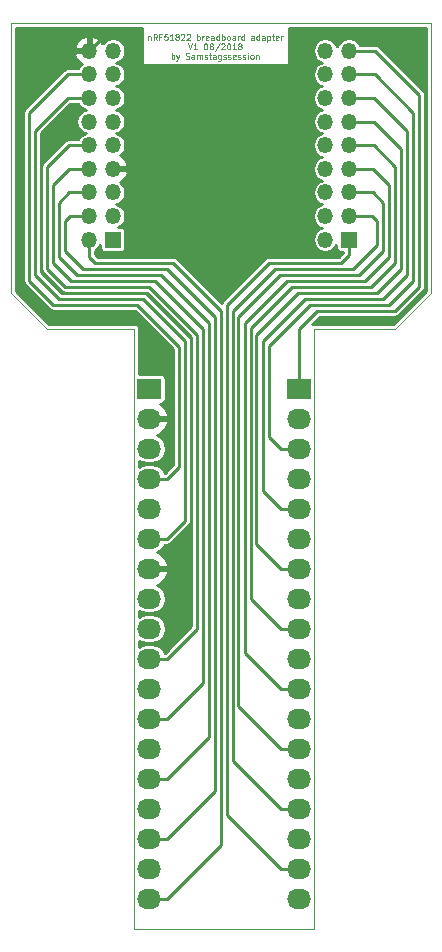
<source format=gtl>
G04 #@! TF.FileFunction,Copper,L1,Top,Signal*
%FSLAX46Y46*%
G04 Gerber Fmt 4.6, Leading zero omitted, Abs format (unit mm)*
G04 Created by KiCad (PCBNEW 4.0.2+dfsg1-stable) date Do 23 Aug 2018 15:09:30 CEST*
%MOMM*%
G01*
G04 APERTURE LIST*
%ADD10C,0.100000*%
%ADD11R,1.350000X1.350000*%
%ADD12O,1.350000X1.350000*%
%ADD13R,2.032000X1.727200*%
%ADD14O,2.032000X1.727200*%
%ADD15C,0.600000*%
%ADD16C,0.250000*%
%ADD17C,0.254000*%
G04 APERTURE END LIST*
D10*
X135636000Y-88392000D02*
X135636000Y-65532000D01*
X111681336Y-66656857D02*
X111681336Y-66990190D01*
X111681336Y-66704476D02*
X111705145Y-66680667D01*
X111752764Y-66656857D01*
X111824193Y-66656857D01*
X111871812Y-66680667D01*
X111895621Y-66728286D01*
X111895621Y-66990190D01*
X112419431Y-66990190D02*
X112252764Y-66752095D01*
X112133717Y-66990190D02*
X112133717Y-66490190D01*
X112324193Y-66490190D01*
X112371812Y-66514000D01*
X112395621Y-66537810D01*
X112419431Y-66585429D01*
X112419431Y-66656857D01*
X112395621Y-66704476D01*
X112371812Y-66728286D01*
X112324193Y-66752095D01*
X112133717Y-66752095D01*
X112800383Y-66728286D02*
X112633717Y-66728286D01*
X112633717Y-66990190D02*
X112633717Y-66490190D01*
X112871812Y-66490190D01*
X113300383Y-66490190D02*
X113062288Y-66490190D01*
X113038478Y-66728286D01*
X113062288Y-66704476D01*
X113109907Y-66680667D01*
X113228954Y-66680667D01*
X113276573Y-66704476D01*
X113300383Y-66728286D01*
X113324192Y-66775905D01*
X113324192Y-66894952D01*
X113300383Y-66942571D01*
X113276573Y-66966381D01*
X113228954Y-66990190D01*
X113109907Y-66990190D01*
X113062288Y-66966381D01*
X113038478Y-66942571D01*
X113800382Y-66990190D02*
X113514668Y-66990190D01*
X113657525Y-66990190D02*
X113657525Y-66490190D01*
X113609906Y-66561619D01*
X113562287Y-66609238D01*
X113514668Y-66633048D01*
X114086096Y-66704476D02*
X114038477Y-66680667D01*
X114014668Y-66656857D01*
X113990858Y-66609238D01*
X113990858Y-66585429D01*
X114014668Y-66537810D01*
X114038477Y-66514000D01*
X114086096Y-66490190D01*
X114181334Y-66490190D01*
X114228953Y-66514000D01*
X114252763Y-66537810D01*
X114276572Y-66585429D01*
X114276572Y-66609238D01*
X114252763Y-66656857D01*
X114228953Y-66680667D01*
X114181334Y-66704476D01*
X114086096Y-66704476D01*
X114038477Y-66728286D01*
X114014668Y-66752095D01*
X113990858Y-66799714D01*
X113990858Y-66894952D01*
X114014668Y-66942571D01*
X114038477Y-66966381D01*
X114086096Y-66990190D01*
X114181334Y-66990190D01*
X114228953Y-66966381D01*
X114252763Y-66942571D01*
X114276572Y-66894952D01*
X114276572Y-66799714D01*
X114252763Y-66752095D01*
X114228953Y-66728286D01*
X114181334Y-66704476D01*
X114467048Y-66537810D02*
X114490858Y-66514000D01*
X114538477Y-66490190D01*
X114657524Y-66490190D01*
X114705143Y-66514000D01*
X114728953Y-66537810D01*
X114752762Y-66585429D01*
X114752762Y-66633048D01*
X114728953Y-66704476D01*
X114443239Y-66990190D01*
X114752762Y-66990190D01*
X114943238Y-66537810D02*
X114967048Y-66514000D01*
X115014667Y-66490190D01*
X115133714Y-66490190D01*
X115181333Y-66514000D01*
X115205143Y-66537810D01*
X115228952Y-66585429D01*
X115228952Y-66633048D01*
X115205143Y-66704476D01*
X114919429Y-66990190D01*
X115228952Y-66990190D01*
X115824190Y-66990190D02*
X115824190Y-66490190D01*
X115824190Y-66680667D02*
X115871809Y-66656857D01*
X115967047Y-66656857D01*
X116014666Y-66680667D01*
X116038475Y-66704476D01*
X116062285Y-66752095D01*
X116062285Y-66894952D01*
X116038475Y-66942571D01*
X116014666Y-66966381D01*
X115967047Y-66990190D01*
X115871809Y-66990190D01*
X115824190Y-66966381D01*
X116276571Y-66990190D02*
X116276571Y-66656857D01*
X116276571Y-66752095D02*
X116300380Y-66704476D01*
X116324190Y-66680667D01*
X116371809Y-66656857D01*
X116419428Y-66656857D01*
X116776571Y-66966381D02*
X116728952Y-66990190D01*
X116633714Y-66990190D01*
X116586095Y-66966381D01*
X116562285Y-66918762D01*
X116562285Y-66728286D01*
X116586095Y-66680667D01*
X116633714Y-66656857D01*
X116728952Y-66656857D01*
X116776571Y-66680667D01*
X116800380Y-66728286D01*
X116800380Y-66775905D01*
X116562285Y-66823524D01*
X117228951Y-66990190D02*
X117228951Y-66728286D01*
X117205142Y-66680667D01*
X117157523Y-66656857D01*
X117062285Y-66656857D01*
X117014666Y-66680667D01*
X117228951Y-66966381D02*
X117181332Y-66990190D01*
X117062285Y-66990190D01*
X117014666Y-66966381D01*
X116990856Y-66918762D01*
X116990856Y-66871143D01*
X117014666Y-66823524D01*
X117062285Y-66799714D01*
X117181332Y-66799714D01*
X117228951Y-66775905D01*
X117681332Y-66990190D02*
X117681332Y-66490190D01*
X117681332Y-66966381D02*
X117633713Y-66990190D01*
X117538475Y-66990190D01*
X117490856Y-66966381D01*
X117467047Y-66942571D01*
X117443237Y-66894952D01*
X117443237Y-66752095D01*
X117467047Y-66704476D01*
X117490856Y-66680667D01*
X117538475Y-66656857D01*
X117633713Y-66656857D01*
X117681332Y-66680667D01*
X117919428Y-66990190D02*
X117919428Y-66490190D01*
X117919428Y-66680667D02*
X117967047Y-66656857D01*
X118062285Y-66656857D01*
X118109904Y-66680667D01*
X118133713Y-66704476D01*
X118157523Y-66752095D01*
X118157523Y-66894952D01*
X118133713Y-66942571D01*
X118109904Y-66966381D01*
X118062285Y-66990190D01*
X117967047Y-66990190D01*
X117919428Y-66966381D01*
X118443237Y-66990190D02*
X118395618Y-66966381D01*
X118371809Y-66942571D01*
X118347999Y-66894952D01*
X118347999Y-66752095D01*
X118371809Y-66704476D01*
X118395618Y-66680667D01*
X118443237Y-66656857D01*
X118514666Y-66656857D01*
X118562285Y-66680667D01*
X118586094Y-66704476D01*
X118609904Y-66752095D01*
X118609904Y-66894952D01*
X118586094Y-66942571D01*
X118562285Y-66966381D01*
X118514666Y-66990190D01*
X118443237Y-66990190D01*
X119038475Y-66990190D02*
X119038475Y-66728286D01*
X119014666Y-66680667D01*
X118967047Y-66656857D01*
X118871809Y-66656857D01*
X118824190Y-66680667D01*
X119038475Y-66966381D02*
X118990856Y-66990190D01*
X118871809Y-66990190D01*
X118824190Y-66966381D01*
X118800380Y-66918762D01*
X118800380Y-66871143D01*
X118824190Y-66823524D01*
X118871809Y-66799714D01*
X118990856Y-66799714D01*
X119038475Y-66775905D01*
X119276571Y-66990190D02*
X119276571Y-66656857D01*
X119276571Y-66752095D02*
X119300380Y-66704476D01*
X119324190Y-66680667D01*
X119371809Y-66656857D01*
X119419428Y-66656857D01*
X119800380Y-66990190D02*
X119800380Y-66490190D01*
X119800380Y-66966381D02*
X119752761Y-66990190D01*
X119657523Y-66990190D01*
X119609904Y-66966381D01*
X119586095Y-66942571D01*
X119562285Y-66894952D01*
X119562285Y-66752095D01*
X119586095Y-66704476D01*
X119609904Y-66680667D01*
X119657523Y-66656857D01*
X119752761Y-66656857D01*
X119800380Y-66680667D01*
X120633713Y-66990190D02*
X120633713Y-66728286D01*
X120609904Y-66680667D01*
X120562285Y-66656857D01*
X120467047Y-66656857D01*
X120419428Y-66680667D01*
X120633713Y-66966381D02*
X120586094Y-66990190D01*
X120467047Y-66990190D01*
X120419428Y-66966381D01*
X120395618Y-66918762D01*
X120395618Y-66871143D01*
X120419428Y-66823524D01*
X120467047Y-66799714D01*
X120586094Y-66799714D01*
X120633713Y-66775905D01*
X121086094Y-66990190D02*
X121086094Y-66490190D01*
X121086094Y-66966381D02*
X121038475Y-66990190D01*
X120943237Y-66990190D01*
X120895618Y-66966381D01*
X120871809Y-66942571D01*
X120847999Y-66894952D01*
X120847999Y-66752095D01*
X120871809Y-66704476D01*
X120895618Y-66680667D01*
X120943237Y-66656857D01*
X121038475Y-66656857D01*
X121086094Y-66680667D01*
X121538475Y-66990190D02*
X121538475Y-66728286D01*
X121514666Y-66680667D01*
X121467047Y-66656857D01*
X121371809Y-66656857D01*
X121324190Y-66680667D01*
X121538475Y-66966381D02*
X121490856Y-66990190D01*
X121371809Y-66990190D01*
X121324190Y-66966381D01*
X121300380Y-66918762D01*
X121300380Y-66871143D01*
X121324190Y-66823524D01*
X121371809Y-66799714D01*
X121490856Y-66799714D01*
X121538475Y-66775905D01*
X121776571Y-66656857D02*
X121776571Y-67156857D01*
X121776571Y-66680667D02*
X121824190Y-66656857D01*
X121919428Y-66656857D01*
X121967047Y-66680667D01*
X121990856Y-66704476D01*
X122014666Y-66752095D01*
X122014666Y-66894952D01*
X121990856Y-66942571D01*
X121967047Y-66966381D01*
X121919428Y-66990190D01*
X121824190Y-66990190D01*
X121776571Y-66966381D01*
X122157523Y-66656857D02*
X122347999Y-66656857D01*
X122228952Y-66490190D02*
X122228952Y-66918762D01*
X122252761Y-66966381D01*
X122300380Y-66990190D01*
X122347999Y-66990190D01*
X122705142Y-66966381D02*
X122657523Y-66990190D01*
X122562285Y-66990190D01*
X122514666Y-66966381D01*
X122490856Y-66918762D01*
X122490856Y-66728286D01*
X122514666Y-66680667D01*
X122562285Y-66656857D01*
X122657523Y-66656857D01*
X122705142Y-66680667D01*
X122728951Y-66728286D01*
X122728951Y-66775905D01*
X122490856Y-66823524D01*
X122943237Y-66990190D02*
X122943237Y-66656857D01*
X122943237Y-66752095D02*
X122967046Y-66704476D01*
X122990856Y-66680667D01*
X123038475Y-66656857D01*
X123086094Y-66656857D01*
X115062288Y-67290190D02*
X115228955Y-67790190D01*
X115395621Y-67290190D01*
X115824192Y-67790190D02*
X115538478Y-67790190D01*
X115681335Y-67790190D02*
X115681335Y-67290190D01*
X115633716Y-67361619D01*
X115586097Y-67409238D01*
X115538478Y-67433048D01*
X116514668Y-67290190D02*
X116562287Y-67290190D01*
X116609906Y-67314000D01*
X116633715Y-67337810D01*
X116657525Y-67385429D01*
X116681334Y-67480667D01*
X116681334Y-67599714D01*
X116657525Y-67694952D01*
X116633715Y-67742571D01*
X116609906Y-67766381D01*
X116562287Y-67790190D01*
X116514668Y-67790190D01*
X116467049Y-67766381D01*
X116443239Y-67742571D01*
X116419430Y-67694952D01*
X116395620Y-67599714D01*
X116395620Y-67480667D01*
X116419430Y-67385429D01*
X116443239Y-67337810D01*
X116467049Y-67314000D01*
X116514668Y-67290190D01*
X116967048Y-67504476D02*
X116919429Y-67480667D01*
X116895620Y-67456857D01*
X116871810Y-67409238D01*
X116871810Y-67385429D01*
X116895620Y-67337810D01*
X116919429Y-67314000D01*
X116967048Y-67290190D01*
X117062286Y-67290190D01*
X117109905Y-67314000D01*
X117133715Y-67337810D01*
X117157524Y-67385429D01*
X117157524Y-67409238D01*
X117133715Y-67456857D01*
X117109905Y-67480667D01*
X117062286Y-67504476D01*
X116967048Y-67504476D01*
X116919429Y-67528286D01*
X116895620Y-67552095D01*
X116871810Y-67599714D01*
X116871810Y-67694952D01*
X116895620Y-67742571D01*
X116919429Y-67766381D01*
X116967048Y-67790190D01*
X117062286Y-67790190D01*
X117109905Y-67766381D01*
X117133715Y-67742571D01*
X117157524Y-67694952D01*
X117157524Y-67599714D01*
X117133715Y-67552095D01*
X117109905Y-67528286D01*
X117062286Y-67504476D01*
X117728952Y-67266381D02*
X117300381Y-67909238D01*
X117871810Y-67337810D02*
X117895620Y-67314000D01*
X117943239Y-67290190D01*
X118062286Y-67290190D01*
X118109905Y-67314000D01*
X118133715Y-67337810D01*
X118157524Y-67385429D01*
X118157524Y-67433048D01*
X118133715Y-67504476D01*
X117848001Y-67790190D01*
X118157524Y-67790190D01*
X118467048Y-67290190D02*
X118514667Y-67290190D01*
X118562286Y-67314000D01*
X118586095Y-67337810D01*
X118609905Y-67385429D01*
X118633714Y-67480667D01*
X118633714Y-67599714D01*
X118609905Y-67694952D01*
X118586095Y-67742571D01*
X118562286Y-67766381D01*
X118514667Y-67790190D01*
X118467048Y-67790190D01*
X118419429Y-67766381D01*
X118395619Y-67742571D01*
X118371810Y-67694952D01*
X118348000Y-67599714D01*
X118348000Y-67480667D01*
X118371810Y-67385429D01*
X118395619Y-67337810D01*
X118419429Y-67314000D01*
X118467048Y-67290190D01*
X119109904Y-67790190D02*
X118824190Y-67790190D01*
X118967047Y-67790190D02*
X118967047Y-67290190D01*
X118919428Y-67361619D01*
X118871809Y-67409238D01*
X118824190Y-67433048D01*
X119395618Y-67504476D02*
X119347999Y-67480667D01*
X119324190Y-67456857D01*
X119300380Y-67409238D01*
X119300380Y-67385429D01*
X119324190Y-67337810D01*
X119347999Y-67314000D01*
X119395618Y-67290190D01*
X119490856Y-67290190D01*
X119538475Y-67314000D01*
X119562285Y-67337810D01*
X119586094Y-67385429D01*
X119586094Y-67409238D01*
X119562285Y-67456857D01*
X119538475Y-67480667D01*
X119490856Y-67504476D01*
X119395618Y-67504476D01*
X119347999Y-67528286D01*
X119324190Y-67552095D01*
X119300380Y-67599714D01*
X119300380Y-67694952D01*
X119324190Y-67742571D01*
X119347999Y-67766381D01*
X119395618Y-67790190D01*
X119490856Y-67790190D01*
X119538475Y-67766381D01*
X119562285Y-67742571D01*
X119586094Y-67694952D01*
X119586094Y-67599714D01*
X119562285Y-67552095D01*
X119538475Y-67528286D01*
X119490856Y-67504476D01*
X113669430Y-68590190D02*
X113669430Y-68090190D01*
X113669430Y-68280667D02*
X113717049Y-68256857D01*
X113812287Y-68256857D01*
X113859906Y-68280667D01*
X113883715Y-68304476D01*
X113907525Y-68352095D01*
X113907525Y-68494952D01*
X113883715Y-68542571D01*
X113859906Y-68566381D01*
X113812287Y-68590190D01*
X113717049Y-68590190D01*
X113669430Y-68566381D01*
X114074192Y-68256857D02*
X114193239Y-68590190D01*
X114312287Y-68256857D02*
X114193239Y-68590190D01*
X114145620Y-68709238D01*
X114121811Y-68733048D01*
X114074192Y-68756857D01*
X114859905Y-68566381D02*
X114931334Y-68590190D01*
X115050381Y-68590190D01*
X115098000Y-68566381D01*
X115121810Y-68542571D01*
X115145619Y-68494952D01*
X115145619Y-68447333D01*
X115121810Y-68399714D01*
X115098000Y-68375905D01*
X115050381Y-68352095D01*
X114955143Y-68328286D01*
X114907524Y-68304476D01*
X114883715Y-68280667D01*
X114859905Y-68233048D01*
X114859905Y-68185429D01*
X114883715Y-68137810D01*
X114907524Y-68114000D01*
X114955143Y-68090190D01*
X115074191Y-68090190D01*
X115145619Y-68114000D01*
X115574190Y-68590190D02*
X115574190Y-68328286D01*
X115550381Y-68280667D01*
X115502762Y-68256857D01*
X115407524Y-68256857D01*
X115359905Y-68280667D01*
X115574190Y-68566381D02*
X115526571Y-68590190D01*
X115407524Y-68590190D01*
X115359905Y-68566381D01*
X115336095Y-68518762D01*
X115336095Y-68471143D01*
X115359905Y-68423524D01*
X115407524Y-68399714D01*
X115526571Y-68399714D01*
X115574190Y-68375905D01*
X115812286Y-68590190D02*
X115812286Y-68256857D01*
X115812286Y-68304476D02*
X115836095Y-68280667D01*
X115883714Y-68256857D01*
X115955143Y-68256857D01*
X116002762Y-68280667D01*
X116026571Y-68328286D01*
X116026571Y-68590190D01*
X116026571Y-68328286D02*
X116050381Y-68280667D01*
X116098000Y-68256857D01*
X116169428Y-68256857D01*
X116217048Y-68280667D01*
X116240857Y-68328286D01*
X116240857Y-68590190D01*
X116455143Y-68566381D02*
X116502762Y-68590190D01*
X116598000Y-68590190D01*
X116645619Y-68566381D01*
X116669429Y-68518762D01*
X116669429Y-68494952D01*
X116645619Y-68447333D01*
X116598000Y-68423524D01*
X116526572Y-68423524D01*
X116478953Y-68399714D01*
X116455143Y-68352095D01*
X116455143Y-68328286D01*
X116478953Y-68280667D01*
X116526572Y-68256857D01*
X116598000Y-68256857D01*
X116645619Y-68280667D01*
X116812286Y-68256857D02*
X117002762Y-68256857D01*
X116883715Y-68090190D02*
X116883715Y-68518762D01*
X116907524Y-68566381D01*
X116955143Y-68590190D01*
X117002762Y-68590190D01*
X117383714Y-68590190D02*
X117383714Y-68328286D01*
X117359905Y-68280667D01*
X117312286Y-68256857D01*
X117217048Y-68256857D01*
X117169429Y-68280667D01*
X117383714Y-68566381D02*
X117336095Y-68590190D01*
X117217048Y-68590190D01*
X117169429Y-68566381D01*
X117145619Y-68518762D01*
X117145619Y-68471143D01*
X117169429Y-68423524D01*
X117217048Y-68399714D01*
X117336095Y-68399714D01*
X117383714Y-68375905D01*
X117836095Y-68256857D02*
X117836095Y-68661619D01*
X117812286Y-68709238D01*
X117788476Y-68733048D01*
X117740857Y-68756857D01*
X117669429Y-68756857D01*
X117621810Y-68733048D01*
X117836095Y-68566381D02*
X117788476Y-68590190D01*
X117693238Y-68590190D01*
X117645619Y-68566381D01*
X117621810Y-68542571D01*
X117598000Y-68494952D01*
X117598000Y-68352095D01*
X117621810Y-68304476D01*
X117645619Y-68280667D01*
X117693238Y-68256857D01*
X117788476Y-68256857D01*
X117836095Y-68280667D01*
X118050381Y-68566381D02*
X118098000Y-68590190D01*
X118193238Y-68590190D01*
X118240857Y-68566381D01*
X118264667Y-68518762D01*
X118264667Y-68494952D01*
X118240857Y-68447333D01*
X118193238Y-68423524D01*
X118121810Y-68423524D01*
X118074191Y-68399714D01*
X118050381Y-68352095D01*
X118050381Y-68328286D01*
X118074191Y-68280667D01*
X118121810Y-68256857D01*
X118193238Y-68256857D01*
X118240857Y-68280667D01*
X118455143Y-68566381D02*
X118502762Y-68590190D01*
X118598000Y-68590190D01*
X118645619Y-68566381D01*
X118669429Y-68518762D01*
X118669429Y-68494952D01*
X118645619Y-68447333D01*
X118598000Y-68423524D01*
X118526572Y-68423524D01*
X118478953Y-68399714D01*
X118455143Y-68352095D01*
X118455143Y-68328286D01*
X118478953Y-68280667D01*
X118526572Y-68256857D01*
X118598000Y-68256857D01*
X118645619Y-68280667D01*
X119074191Y-68566381D02*
X119026572Y-68590190D01*
X118931334Y-68590190D01*
X118883715Y-68566381D01*
X118859905Y-68518762D01*
X118859905Y-68328286D01*
X118883715Y-68280667D01*
X118931334Y-68256857D01*
X119026572Y-68256857D01*
X119074191Y-68280667D01*
X119098000Y-68328286D01*
X119098000Y-68375905D01*
X118859905Y-68423524D01*
X119288476Y-68566381D02*
X119336095Y-68590190D01*
X119431333Y-68590190D01*
X119478952Y-68566381D01*
X119502762Y-68518762D01*
X119502762Y-68494952D01*
X119478952Y-68447333D01*
X119431333Y-68423524D01*
X119359905Y-68423524D01*
X119312286Y-68399714D01*
X119288476Y-68352095D01*
X119288476Y-68328286D01*
X119312286Y-68280667D01*
X119359905Y-68256857D01*
X119431333Y-68256857D01*
X119478952Y-68280667D01*
X119693238Y-68566381D02*
X119740857Y-68590190D01*
X119836095Y-68590190D01*
X119883714Y-68566381D01*
X119907524Y-68518762D01*
X119907524Y-68494952D01*
X119883714Y-68447333D01*
X119836095Y-68423524D01*
X119764667Y-68423524D01*
X119717048Y-68399714D01*
X119693238Y-68352095D01*
X119693238Y-68328286D01*
X119717048Y-68280667D01*
X119764667Y-68256857D01*
X119836095Y-68256857D01*
X119883714Y-68280667D01*
X120121810Y-68590190D02*
X120121810Y-68256857D01*
X120121810Y-68090190D02*
X120098000Y-68114000D01*
X120121810Y-68137810D01*
X120145619Y-68114000D01*
X120121810Y-68090190D01*
X120121810Y-68137810D01*
X120431333Y-68590190D02*
X120383714Y-68566381D01*
X120359905Y-68542571D01*
X120336095Y-68494952D01*
X120336095Y-68352095D01*
X120359905Y-68304476D01*
X120383714Y-68280667D01*
X120431333Y-68256857D01*
X120502762Y-68256857D01*
X120550381Y-68280667D01*
X120574190Y-68304476D01*
X120598000Y-68352095D01*
X120598000Y-68494952D01*
X120574190Y-68542571D01*
X120550381Y-68566381D01*
X120502762Y-68590190D01*
X120431333Y-68590190D01*
X120812286Y-68256857D02*
X120812286Y-68590190D01*
X120812286Y-68304476D02*
X120836095Y-68280667D01*
X120883714Y-68256857D01*
X120955143Y-68256857D01*
X121002762Y-68280667D01*
X121026571Y-68328286D01*
X121026571Y-68590190D01*
X125730000Y-91440000D02*
X132588000Y-91440000D01*
X103124000Y-91440000D02*
X110490000Y-91440000D01*
X100076000Y-88392000D02*
X103124000Y-91440000D01*
X110490000Y-142240000D02*
X125730000Y-142240000D01*
X125730000Y-91440000D02*
X125730000Y-142240000D01*
X132588000Y-91440000D02*
X135636000Y-88392000D01*
X110490000Y-91440000D02*
X110490000Y-142240000D01*
X100076000Y-65532000D02*
X100076000Y-88392000D01*
X135636000Y-65532000D02*
X100076000Y-65532000D01*
D11*
X108680000Y-83900000D03*
D12*
X106680000Y-83900000D03*
X108680000Y-81900000D03*
X106680000Y-81900000D03*
X108680000Y-79900000D03*
X106680000Y-79900000D03*
X108680000Y-77900000D03*
X106680000Y-77900000D03*
X108680000Y-75900000D03*
X106680000Y-75900000D03*
X108680000Y-73900000D03*
X106680000Y-73900000D03*
X108680000Y-71900000D03*
X106680000Y-71900000D03*
X108680000Y-69900000D03*
X106680000Y-69900000D03*
X108680000Y-67900000D03*
X106680000Y-67900000D03*
D11*
X128680000Y-83900000D03*
D12*
X126680000Y-83900000D03*
X128680000Y-81900000D03*
X126680000Y-81900000D03*
X128680000Y-79900000D03*
X126680000Y-79900000D03*
X128680000Y-77900000D03*
X126680000Y-77900000D03*
X128680000Y-75900000D03*
X126680000Y-75900000D03*
X128680000Y-73900000D03*
X126680000Y-73900000D03*
X128680000Y-71900000D03*
X126680000Y-71900000D03*
X128680000Y-69900000D03*
X126680000Y-69900000D03*
X128680000Y-67900000D03*
X126680000Y-67900000D03*
D13*
X111760000Y-96520000D03*
D14*
X111760000Y-99060000D03*
X111760000Y-101600000D03*
X111760000Y-104140000D03*
X111760000Y-106680000D03*
X111760000Y-109220000D03*
X111760000Y-111760000D03*
X111760000Y-114300000D03*
X111760000Y-116840000D03*
X111760000Y-119380000D03*
X111760000Y-121920000D03*
X111760000Y-124460000D03*
X111760000Y-127000000D03*
X111760000Y-129540000D03*
X111760000Y-132080000D03*
X111760000Y-134620000D03*
X111760000Y-137160000D03*
X111760000Y-139700000D03*
D13*
X124460000Y-96520000D03*
D14*
X124460000Y-99060000D03*
X124460000Y-101600000D03*
X124460000Y-104140000D03*
X124460000Y-106680000D03*
X124460000Y-109220000D03*
X124460000Y-111760000D03*
X124460000Y-114300000D03*
X124460000Y-116840000D03*
X124460000Y-119380000D03*
X124460000Y-121920000D03*
X124460000Y-124460000D03*
X124460000Y-127000000D03*
X124460000Y-129540000D03*
X124460000Y-132080000D03*
X124460000Y-134620000D03*
X124460000Y-137160000D03*
X124460000Y-139700000D03*
D15*
X120650000Y-70866000D03*
X115062000Y-70866000D03*
X124841000Y-66802000D03*
D16*
X111760000Y-139700000D02*
X113284000Y-139700000D01*
X117856000Y-135128000D02*
X113284000Y-139700000D01*
X106680000Y-85344000D02*
X107188000Y-85852000D01*
X107188000Y-85852000D02*
X113792000Y-85852000D01*
X113792000Y-85852000D02*
X117856000Y-89916000D01*
X117856000Y-89916000D02*
X117856000Y-135128000D01*
X106680000Y-85344000D02*
X106680000Y-83900000D01*
X106680000Y-81900000D02*
X105044000Y-81900000D01*
X113284000Y-134620000D02*
X111760000Y-134620000D01*
X117348000Y-130556000D02*
X113284000Y-134620000D01*
X117348000Y-90424000D02*
X117348000Y-130556000D01*
X113284000Y-86360000D02*
X117348000Y-90424000D01*
X106172000Y-86360000D02*
X113284000Y-86360000D01*
X104648000Y-84836000D02*
X106172000Y-86360000D01*
X104648000Y-82296000D02*
X104648000Y-84836000D01*
X105044000Y-81900000D02*
X104648000Y-82296000D01*
X106680000Y-79900000D02*
X105012000Y-79900000D01*
X113284000Y-129540000D02*
X111760000Y-129540000D01*
X116840000Y-125984000D02*
X113284000Y-129540000D01*
X116840000Y-90932000D02*
X116840000Y-125984000D01*
X112776000Y-86868000D02*
X116840000Y-90932000D01*
X105664000Y-86868000D02*
X112776000Y-86868000D01*
X104140000Y-85344000D02*
X105664000Y-86868000D01*
X104140000Y-80772000D02*
X104140000Y-85344000D01*
X105012000Y-79900000D02*
X104140000Y-80772000D01*
X124460000Y-70866000D02*
X124460000Y-67183000D01*
X120650000Y-70866000D02*
X124460000Y-70866000D01*
X106680000Y-67945000D02*
X107950000Y-66675000D01*
X107950000Y-66675000D02*
X109982000Y-66675000D01*
X109982000Y-66675000D02*
X110363000Y-67056000D01*
X110363000Y-67056000D02*
X110363000Y-68707000D01*
X110363000Y-68707000D02*
X112522000Y-70866000D01*
X112522000Y-70866000D02*
X115062000Y-70866000D01*
X124460000Y-67183000D02*
X124841000Y-66802000D01*
X106680000Y-67900000D02*
X106680000Y-67945000D01*
X106680000Y-67900000D02*
X104820000Y-67900000D01*
X113284000Y-99060000D02*
X111760000Y-99060000D01*
X113792000Y-98552000D02*
X113284000Y-99060000D01*
X113792000Y-93472000D02*
X113792000Y-98552000D01*
X110236000Y-89916000D02*
X113792000Y-93472000D01*
X103124000Y-89916000D02*
X110236000Y-89916000D01*
X101092000Y-87884000D02*
X103124000Y-89916000D01*
X101092000Y-71628000D02*
X101092000Y-87884000D01*
X104820000Y-67900000D02*
X101092000Y-71628000D01*
X106680000Y-77900000D02*
X104980000Y-77900000D01*
X113284000Y-124460000D02*
X111760000Y-124460000D01*
X116332000Y-121412000D02*
X113284000Y-124460000D01*
X116332000Y-91440000D02*
X116332000Y-121412000D01*
X112268000Y-87376000D02*
X116332000Y-91440000D01*
X105156000Y-87376000D02*
X112268000Y-87376000D01*
X103632000Y-85852000D02*
X105156000Y-87376000D01*
X103632000Y-79248000D02*
X103632000Y-85852000D01*
X104980000Y-77900000D02*
X103632000Y-79248000D01*
X106680000Y-75900000D02*
X104948000Y-75900000D01*
X113284000Y-119380000D02*
X111760000Y-119380000D01*
X115824000Y-116840000D02*
X113284000Y-119380000D01*
X115824000Y-91948000D02*
X115824000Y-116840000D01*
X111760000Y-87884000D02*
X115824000Y-91948000D01*
X104648000Y-87884000D02*
X111760000Y-87884000D01*
X103124000Y-86360000D02*
X104648000Y-87884000D01*
X103124000Y-77724000D02*
X103124000Y-86360000D01*
X104948000Y-75900000D02*
X103124000Y-77724000D01*
X106680000Y-71900000D02*
X104884000Y-71900000D01*
X113284000Y-109220000D02*
X111760000Y-109220000D01*
X114808000Y-107696000D02*
X113284000Y-109220000D01*
X114808000Y-92456000D02*
X114808000Y-107696000D01*
X111252000Y-88900000D02*
X114808000Y-92456000D01*
X104140000Y-88900000D02*
X111252000Y-88900000D01*
X102108000Y-86868000D02*
X104140000Y-88900000D01*
X102108000Y-86360000D02*
X102108000Y-86868000D01*
X102108000Y-74676000D02*
X102108000Y-86360000D01*
X104884000Y-71900000D02*
X102108000Y-74676000D01*
X106680000Y-69900000D02*
X104852000Y-69900000D01*
X113284000Y-104140000D02*
X111760000Y-104140000D01*
X114300000Y-103124000D02*
X113284000Y-104140000D01*
X114300000Y-92964000D02*
X114300000Y-103124000D01*
X110744000Y-89408000D02*
X114300000Y-92964000D01*
X103632000Y-89408000D02*
X110744000Y-89408000D01*
X101600000Y-87376000D02*
X103632000Y-89408000D01*
X101600000Y-73152000D02*
X101600000Y-87376000D01*
X104852000Y-69900000D02*
X101600000Y-73152000D01*
X128680000Y-83900000D02*
X128680000Y-85188000D01*
X128680000Y-85188000D02*
X128016000Y-85852000D01*
X122936000Y-137160000D02*
X124460000Y-137160000D01*
X118364000Y-132588000D02*
X122936000Y-137160000D01*
X118364000Y-89408000D02*
X118364000Y-132588000D01*
X121920000Y-85852000D02*
X118364000Y-89408000D01*
X128016000Y-85852000D02*
X121920000Y-85852000D01*
X128680000Y-81900000D02*
X130668000Y-81900000D01*
X122936000Y-132080000D02*
X124460000Y-132080000D01*
X118872000Y-128016000D02*
X122936000Y-132080000D01*
X118872000Y-89916000D02*
X118872000Y-128016000D01*
X122428000Y-86360000D02*
X118872000Y-89916000D01*
X129032000Y-86360000D02*
X122428000Y-86360000D01*
X131064000Y-84328000D02*
X129032000Y-86360000D01*
X131064000Y-82296000D02*
X131064000Y-84328000D01*
X130668000Y-81900000D02*
X131064000Y-82296000D01*
X128680000Y-79900000D02*
X130700000Y-79900000D01*
X122936000Y-127000000D02*
X124460000Y-127000000D01*
X119322002Y-123386002D02*
X122936000Y-127000000D01*
X119322002Y-90424000D02*
X119322002Y-123386002D01*
X122878002Y-86868000D02*
X119322002Y-90424000D01*
X129540000Y-86868000D02*
X122878002Y-86868000D01*
X131572000Y-84836000D02*
X129540000Y-86868000D01*
X131572000Y-80772000D02*
X131572000Y-84836000D01*
X130700000Y-79900000D02*
X131572000Y-80772000D01*
X128680000Y-77900000D02*
X130732000Y-77900000D01*
X122936000Y-121920000D02*
X124460000Y-121920000D01*
X119888000Y-118872000D02*
X122936000Y-121920000D01*
X119888000Y-90932000D02*
X119888000Y-118872000D01*
X123444000Y-87376000D02*
X119888000Y-90932000D01*
X130048000Y-87376000D02*
X123444000Y-87376000D01*
X132080000Y-85344000D02*
X130048000Y-87376000D01*
X132080000Y-79248000D02*
X132080000Y-85344000D01*
X130732000Y-77900000D02*
X132080000Y-79248000D01*
X128680000Y-75900000D02*
X130764000Y-75900000D01*
X122936000Y-116840000D02*
X124460000Y-116840000D01*
X120396000Y-114300000D02*
X122936000Y-116840000D01*
X120396000Y-91382002D02*
X120396000Y-114300000D01*
X123894002Y-87884000D02*
X120396000Y-91382002D01*
X130556000Y-87884000D02*
X123894002Y-87884000D01*
X132588000Y-85852000D02*
X130556000Y-87884000D01*
X132588000Y-77724000D02*
X132588000Y-85852000D01*
X130764000Y-75900000D02*
X132588000Y-77724000D01*
X122936000Y-111760000D02*
X124460000Y-111760000D01*
X120846002Y-109670002D02*
X122936000Y-111760000D01*
X120846002Y-91948000D02*
X120846002Y-109670002D01*
X124402002Y-88392000D02*
X120846002Y-91948000D01*
X131064000Y-88392000D02*
X124402002Y-88392000D01*
X133096000Y-86360000D02*
X131064000Y-88392000D01*
X133096000Y-76200000D02*
X133096000Y-86360000D01*
X128680000Y-73900000D02*
X130796000Y-73900000D01*
X130796000Y-73900000D02*
X133096000Y-76200000D01*
X122936000Y-106680000D02*
X124460000Y-106680000D01*
X121412000Y-105156000D02*
X122936000Y-106680000D01*
X121412000Y-92456000D02*
X121412000Y-105156000D01*
X124968000Y-88900000D02*
X121412000Y-92456000D01*
X131572000Y-88900000D02*
X124968000Y-88900000D01*
X133604000Y-86868000D02*
X131572000Y-88900000D01*
X133604000Y-74676000D02*
X133604000Y-86868000D01*
X128680000Y-71900000D02*
X130828000Y-71900000D01*
X130828000Y-71900000D02*
X133604000Y-74676000D01*
X128680000Y-69900000D02*
X130860000Y-69900000D01*
X122936000Y-101600000D02*
X124460000Y-101600000D01*
X121920000Y-100584000D02*
X122936000Y-101600000D01*
X121920000Y-92906002D02*
X121920000Y-100584000D01*
X125418002Y-89408000D02*
X121920000Y-92906002D01*
X132080000Y-89408000D02*
X125418002Y-89408000D01*
X134112000Y-87376000D02*
X132080000Y-89408000D01*
X134112000Y-73152000D02*
X134112000Y-87376000D01*
X130860000Y-69900000D02*
X134112000Y-73152000D01*
X124460000Y-94488000D02*
X124460000Y-96520000D01*
X132588000Y-89916000D02*
X125984000Y-89916000D01*
X124460000Y-91440000D02*
X124460000Y-94488000D01*
X125984000Y-89916000D02*
X124460000Y-91440000D01*
X132588000Y-89916000D02*
X132588000Y-89916000D01*
X134620000Y-87884000D02*
X132588000Y-89916000D01*
X134620000Y-71628000D02*
X134620000Y-87884000D01*
X128680000Y-67900000D02*
X130892000Y-67900000D01*
X130892000Y-67900000D02*
X134620000Y-71628000D01*
D17*
G36*
X105912607Y-72646705D02*
X106255198Y-72875617D01*
X106377780Y-72900000D01*
X106255198Y-72924383D01*
X105912607Y-73153295D01*
X105683695Y-73495886D01*
X105603312Y-73900000D01*
X105683695Y-74304114D01*
X105912607Y-74646705D01*
X106255198Y-74875617D01*
X106377780Y-74900000D01*
X106255198Y-74924383D01*
X105912607Y-75153295D01*
X105751773Y-75394000D01*
X104948000Y-75394000D01*
X104754362Y-75432517D01*
X104659524Y-75495886D01*
X104590204Y-75542204D01*
X102766204Y-77366204D01*
X102656517Y-77530362D01*
X102618000Y-77724000D01*
X102618000Y-86360000D01*
X102656517Y-86553638D01*
X102766204Y-86717796D01*
X104290204Y-88241796D01*
X104454362Y-88351483D01*
X104648000Y-88390000D01*
X111550408Y-88390000D01*
X115318000Y-92157592D01*
X115318000Y-116630408D01*
X113074408Y-118874000D01*
X113069776Y-118874000D01*
X112819834Y-118499935D01*
X112416057Y-118230140D01*
X111939769Y-118135400D01*
X111580231Y-118135400D01*
X111103943Y-118230140D01*
X110921000Y-118352379D01*
X110921000Y-117867621D01*
X111103943Y-117989860D01*
X111580231Y-118084600D01*
X111939769Y-118084600D01*
X112416057Y-117989860D01*
X112819834Y-117720065D01*
X113089629Y-117316288D01*
X113184369Y-116840000D01*
X113089629Y-116363712D01*
X112819834Y-115959935D01*
X112416057Y-115690140D01*
X111939769Y-115595400D01*
X111580231Y-115595400D01*
X111103943Y-115690140D01*
X110921000Y-115812379D01*
X110921000Y-115327621D01*
X111103943Y-115449860D01*
X111580231Y-115544600D01*
X111939769Y-115544600D01*
X112416057Y-115449860D01*
X112819834Y-115180065D01*
X113089629Y-114776288D01*
X113184369Y-114300000D01*
X113089629Y-113823712D01*
X112819834Y-113419935D01*
X112416057Y-113150140D01*
X112401757Y-113147296D01*
X112674320Y-113051954D01*
X113110732Y-112662036D01*
X113364709Y-112134791D01*
X113367358Y-112119026D01*
X113246217Y-111887000D01*
X111887000Y-111887000D01*
X111887000Y-111907000D01*
X111633000Y-111907000D01*
X111633000Y-111887000D01*
X111613000Y-111887000D01*
X111613000Y-111633000D01*
X111633000Y-111633000D01*
X111633000Y-111613000D01*
X111887000Y-111613000D01*
X111887000Y-111633000D01*
X113246217Y-111633000D01*
X113367358Y-111400974D01*
X113364709Y-111385209D01*
X113110732Y-110857964D01*
X112674320Y-110468046D01*
X112401757Y-110372704D01*
X112416057Y-110369860D01*
X112819834Y-110100065D01*
X113069776Y-109726000D01*
X113284000Y-109726000D01*
X113477638Y-109687483D01*
X113641796Y-109577796D01*
X115165796Y-108053796D01*
X115275483Y-107889638D01*
X115314000Y-107696000D01*
X115314000Y-92456000D01*
X115275483Y-92262362D01*
X115165796Y-92098204D01*
X111609796Y-88542204D01*
X111445638Y-88432517D01*
X111252000Y-88394000D01*
X104349592Y-88394000D01*
X102614000Y-86658408D01*
X102614000Y-74885592D01*
X105093592Y-72406000D01*
X105751773Y-72406000D01*
X105912607Y-72646705D01*
X105912607Y-72646705D01*
G37*
X105912607Y-72646705D02*
X106255198Y-72875617D01*
X106377780Y-72900000D01*
X106255198Y-72924383D01*
X105912607Y-73153295D01*
X105683695Y-73495886D01*
X105603312Y-73900000D01*
X105683695Y-74304114D01*
X105912607Y-74646705D01*
X106255198Y-74875617D01*
X106377780Y-74900000D01*
X106255198Y-74924383D01*
X105912607Y-75153295D01*
X105751773Y-75394000D01*
X104948000Y-75394000D01*
X104754362Y-75432517D01*
X104659524Y-75495886D01*
X104590204Y-75542204D01*
X102766204Y-77366204D01*
X102656517Y-77530362D01*
X102618000Y-77724000D01*
X102618000Y-86360000D01*
X102656517Y-86553638D01*
X102766204Y-86717796D01*
X104290204Y-88241796D01*
X104454362Y-88351483D01*
X104648000Y-88390000D01*
X111550408Y-88390000D01*
X115318000Y-92157592D01*
X115318000Y-116630408D01*
X113074408Y-118874000D01*
X113069776Y-118874000D01*
X112819834Y-118499935D01*
X112416057Y-118230140D01*
X111939769Y-118135400D01*
X111580231Y-118135400D01*
X111103943Y-118230140D01*
X110921000Y-118352379D01*
X110921000Y-117867621D01*
X111103943Y-117989860D01*
X111580231Y-118084600D01*
X111939769Y-118084600D01*
X112416057Y-117989860D01*
X112819834Y-117720065D01*
X113089629Y-117316288D01*
X113184369Y-116840000D01*
X113089629Y-116363712D01*
X112819834Y-115959935D01*
X112416057Y-115690140D01*
X111939769Y-115595400D01*
X111580231Y-115595400D01*
X111103943Y-115690140D01*
X110921000Y-115812379D01*
X110921000Y-115327621D01*
X111103943Y-115449860D01*
X111580231Y-115544600D01*
X111939769Y-115544600D01*
X112416057Y-115449860D01*
X112819834Y-115180065D01*
X113089629Y-114776288D01*
X113184369Y-114300000D01*
X113089629Y-113823712D01*
X112819834Y-113419935D01*
X112416057Y-113150140D01*
X112401757Y-113147296D01*
X112674320Y-113051954D01*
X113110732Y-112662036D01*
X113364709Y-112134791D01*
X113367358Y-112119026D01*
X113246217Y-111887000D01*
X111887000Y-111887000D01*
X111887000Y-111907000D01*
X111633000Y-111907000D01*
X111633000Y-111887000D01*
X111613000Y-111887000D01*
X111613000Y-111633000D01*
X111633000Y-111633000D01*
X111633000Y-111613000D01*
X111887000Y-111613000D01*
X111887000Y-111633000D01*
X113246217Y-111633000D01*
X113367358Y-111400974D01*
X113364709Y-111385209D01*
X113110732Y-110857964D01*
X112674320Y-110468046D01*
X112401757Y-110372704D01*
X112416057Y-110369860D01*
X112819834Y-110100065D01*
X113069776Y-109726000D01*
X113284000Y-109726000D01*
X113477638Y-109687483D01*
X113641796Y-109577796D01*
X115165796Y-108053796D01*
X115275483Y-107889638D01*
X115314000Y-107696000D01*
X115314000Y-92456000D01*
X115275483Y-92262362D01*
X115165796Y-92098204D01*
X111609796Y-88542204D01*
X111445638Y-88432517D01*
X111252000Y-88394000D01*
X104349592Y-88394000D01*
X102614000Y-86658408D01*
X102614000Y-74885592D01*
X105093592Y-72406000D01*
X105751773Y-72406000D01*
X105912607Y-72646705D01*
G36*
X111131288Y-69145000D02*
X123564713Y-69145000D01*
X123564713Y-65963000D01*
X135205000Y-65963000D01*
X135205000Y-88213474D01*
X132409474Y-91009000D01*
X125730000Y-91009000D01*
X125575949Y-91039643D01*
X126193592Y-90422000D01*
X132588000Y-90422000D01*
X132781638Y-90383483D01*
X132945796Y-90273796D01*
X134977796Y-88241796D01*
X135087483Y-88077638D01*
X135126000Y-87884000D01*
X135126000Y-71628000D01*
X135087483Y-71434362D01*
X134977796Y-71270204D01*
X131249796Y-67542204D01*
X131085638Y-67432517D01*
X130892000Y-67394000D01*
X129608227Y-67394000D01*
X129447393Y-67153295D01*
X129104802Y-66924383D01*
X128700688Y-66844000D01*
X128659312Y-66844000D01*
X128255198Y-66924383D01*
X127912607Y-67153295D01*
X127683695Y-67495886D01*
X127680000Y-67514462D01*
X127676305Y-67495886D01*
X127447393Y-67153295D01*
X127104802Y-66924383D01*
X126700688Y-66844000D01*
X126659312Y-66844000D01*
X126255198Y-66924383D01*
X125912607Y-67153295D01*
X125683695Y-67495886D01*
X125603312Y-67900000D01*
X125683695Y-68304114D01*
X125912607Y-68646705D01*
X126255198Y-68875617D01*
X126377780Y-68900000D01*
X126255198Y-68924383D01*
X125912607Y-69153295D01*
X125683695Y-69495886D01*
X125603312Y-69900000D01*
X125683695Y-70304114D01*
X125912607Y-70646705D01*
X126255198Y-70875617D01*
X126377780Y-70900000D01*
X126255198Y-70924383D01*
X125912607Y-71153295D01*
X125683695Y-71495886D01*
X125603312Y-71900000D01*
X125683695Y-72304114D01*
X125912607Y-72646705D01*
X126255198Y-72875617D01*
X126377780Y-72900000D01*
X126255198Y-72924383D01*
X125912607Y-73153295D01*
X125683695Y-73495886D01*
X125603312Y-73900000D01*
X125683695Y-74304114D01*
X125912607Y-74646705D01*
X126255198Y-74875617D01*
X126377780Y-74900000D01*
X126255198Y-74924383D01*
X125912607Y-75153295D01*
X125683695Y-75495886D01*
X125603312Y-75900000D01*
X125683695Y-76304114D01*
X125912607Y-76646705D01*
X126255198Y-76875617D01*
X126377780Y-76900000D01*
X126255198Y-76924383D01*
X125912607Y-77153295D01*
X125683695Y-77495886D01*
X125603312Y-77900000D01*
X125683695Y-78304114D01*
X125912607Y-78646705D01*
X126255198Y-78875617D01*
X126377780Y-78900000D01*
X126255198Y-78924383D01*
X125912607Y-79153295D01*
X125683695Y-79495886D01*
X125603312Y-79900000D01*
X125683695Y-80304114D01*
X125912607Y-80646705D01*
X126255198Y-80875617D01*
X126377780Y-80900000D01*
X126255198Y-80924383D01*
X125912607Y-81153295D01*
X125683695Y-81495886D01*
X125603312Y-81900000D01*
X125683695Y-82304114D01*
X125912607Y-82646705D01*
X126255198Y-82875617D01*
X126377780Y-82900000D01*
X126255198Y-82924383D01*
X125912607Y-83153295D01*
X125683695Y-83495886D01*
X125603312Y-83900000D01*
X125683695Y-84304114D01*
X125912607Y-84646705D01*
X126255198Y-84875617D01*
X126659312Y-84956000D01*
X126700688Y-84956000D01*
X127104802Y-84875617D01*
X127447393Y-84646705D01*
X127616536Y-84393565D01*
X127616536Y-84575000D01*
X127643103Y-84716190D01*
X127726546Y-84845865D01*
X127853866Y-84932859D01*
X128005000Y-84963464D01*
X128174000Y-84963464D01*
X128174000Y-84978408D01*
X127806408Y-85346000D01*
X121920000Y-85346000D01*
X121726362Y-85384517D01*
X121562204Y-85494204D01*
X118006204Y-89050204D01*
X117896517Y-89214362D01*
X117892110Y-89236518D01*
X114149796Y-85494204D01*
X113985638Y-85384517D01*
X113792000Y-85346000D01*
X107397592Y-85346000D01*
X107186000Y-85134408D01*
X107186000Y-84821362D01*
X107447393Y-84646705D01*
X107616536Y-84393565D01*
X107616536Y-84575000D01*
X107643103Y-84716190D01*
X107726546Y-84845865D01*
X107853866Y-84932859D01*
X108005000Y-84963464D01*
X109355000Y-84963464D01*
X109496190Y-84936897D01*
X109625865Y-84853454D01*
X109712859Y-84726134D01*
X109743464Y-84575000D01*
X109743464Y-83225000D01*
X109716897Y-83083810D01*
X109633454Y-82954135D01*
X109506134Y-82867141D01*
X109355000Y-82836536D01*
X109163291Y-82836536D01*
X109447393Y-82646705D01*
X109676305Y-82304114D01*
X109756688Y-81900000D01*
X109676305Y-81495886D01*
X109447393Y-81153295D01*
X109104802Y-80924383D01*
X108982220Y-80900000D01*
X109104802Y-80875617D01*
X109447393Y-80646705D01*
X109676305Y-80304114D01*
X109756688Y-79900000D01*
X109676305Y-79495886D01*
X109447393Y-79153295D01*
X109276166Y-79038885D01*
X109469540Y-78945349D01*
X109809478Y-78563633D01*
X109947910Y-78229400D01*
X109824224Y-78027000D01*
X108807000Y-78027000D01*
X108807000Y-78047000D01*
X108553000Y-78047000D01*
X108553000Y-78027000D01*
X108533000Y-78027000D01*
X108533000Y-77773000D01*
X108553000Y-77773000D01*
X108553000Y-77753000D01*
X108807000Y-77753000D01*
X108807000Y-77773000D01*
X109824224Y-77773000D01*
X109947910Y-77570600D01*
X109809478Y-77236367D01*
X109469540Y-76854651D01*
X109276166Y-76761115D01*
X109447393Y-76646705D01*
X109676305Y-76304114D01*
X109756688Y-75900000D01*
X109676305Y-75495886D01*
X109447393Y-75153295D01*
X109104802Y-74924383D01*
X108982220Y-74900000D01*
X109104802Y-74875617D01*
X109447393Y-74646705D01*
X109676305Y-74304114D01*
X109756688Y-73900000D01*
X109676305Y-73495886D01*
X109447393Y-73153295D01*
X109104802Y-72924383D01*
X108982220Y-72900000D01*
X109104802Y-72875617D01*
X109447393Y-72646705D01*
X109676305Y-72304114D01*
X109756688Y-71900000D01*
X109676305Y-71495886D01*
X109447393Y-71153295D01*
X109104802Y-70924383D01*
X108982220Y-70900000D01*
X109104802Y-70875617D01*
X109447393Y-70646705D01*
X109676305Y-70304114D01*
X109756688Y-69900000D01*
X109676305Y-69495886D01*
X109447393Y-69153295D01*
X109104802Y-68924383D01*
X108982220Y-68900000D01*
X109104802Y-68875617D01*
X109447393Y-68646705D01*
X109676305Y-68304114D01*
X109756688Y-67900000D01*
X109676305Y-67495886D01*
X109447393Y-67153295D01*
X109104802Y-66924383D01*
X108700688Y-66844000D01*
X108659312Y-66844000D01*
X108255198Y-66924383D01*
X107912607Y-67153295D01*
X107827701Y-67280365D01*
X107809478Y-67236367D01*
X107469540Y-66854651D01*
X107009402Y-66632080D01*
X106807000Y-66754910D01*
X106807000Y-67773000D01*
X106827000Y-67773000D01*
X106827000Y-68027000D01*
X106807000Y-68027000D01*
X106807000Y-68047000D01*
X106553000Y-68047000D01*
X106553000Y-68027000D01*
X105535776Y-68027000D01*
X105412090Y-68229400D01*
X105550522Y-68563633D01*
X105890460Y-68945349D01*
X106083834Y-69038885D01*
X105912607Y-69153295D01*
X105751773Y-69394000D01*
X104852000Y-69394000D01*
X104658362Y-69432517D01*
X104563524Y-69495886D01*
X104494204Y-69542204D01*
X101242204Y-72794204D01*
X101132517Y-72958362D01*
X101094000Y-73152000D01*
X101094000Y-87376000D01*
X101132517Y-87569638D01*
X101242204Y-87733796D01*
X103274204Y-89765796D01*
X103438362Y-89875483D01*
X103632000Y-89914000D01*
X110534408Y-89914000D01*
X113794000Y-93173592D01*
X113794000Y-102914408D01*
X113074408Y-103634000D01*
X113069776Y-103634000D01*
X112819834Y-103259935D01*
X112416057Y-102990140D01*
X111939769Y-102895400D01*
X111580231Y-102895400D01*
X111103943Y-102990140D01*
X110921000Y-103112379D01*
X110921000Y-102627621D01*
X111103943Y-102749860D01*
X111580231Y-102844600D01*
X111939769Y-102844600D01*
X112416057Y-102749860D01*
X112819834Y-102480065D01*
X113089629Y-102076288D01*
X113184369Y-101600000D01*
X113089629Y-101123712D01*
X112819834Y-100719935D01*
X112416057Y-100450140D01*
X112401757Y-100447296D01*
X112674320Y-100351954D01*
X113110732Y-99962036D01*
X113364709Y-99434791D01*
X113367358Y-99419026D01*
X113246217Y-99187000D01*
X111887000Y-99187000D01*
X111887000Y-99207000D01*
X111633000Y-99207000D01*
X111633000Y-99187000D01*
X111613000Y-99187000D01*
X111613000Y-98933000D01*
X111633000Y-98933000D01*
X111633000Y-98913000D01*
X111887000Y-98913000D01*
X111887000Y-98933000D01*
X113246217Y-98933000D01*
X113367358Y-98700974D01*
X113364709Y-98685209D01*
X113110732Y-98157964D01*
X112678817Y-97772064D01*
X112776000Y-97772064D01*
X112917190Y-97745497D01*
X113046865Y-97662054D01*
X113133859Y-97534734D01*
X113164464Y-97383600D01*
X113164464Y-95656400D01*
X113137897Y-95515210D01*
X113054454Y-95385535D01*
X112927134Y-95298541D01*
X112776000Y-95267936D01*
X110921000Y-95267936D01*
X110921000Y-91440000D01*
X110888192Y-91275063D01*
X110794763Y-91135237D01*
X110654937Y-91041808D01*
X110490000Y-91009000D01*
X103302526Y-91009000D01*
X100507000Y-88213474D01*
X100507000Y-67570600D01*
X105412090Y-67570600D01*
X105535776Y-67773000D01*
X106553000Y-67773000D01*
X106553000Y-66754910D01*
X106350598Y-66632080D01*
X105890460Y-66854651D01*
X105550522Y-67236367D01*
X105412090Y-67570600D01*
X100507000Y-67570600D01*
X100507000Y-65963000D01*
X111131288Y-65963000D01*
X111131288Y-69145000D01*
X111131288Y-69145000D01*
G37*
X111131288Y-69145000D02*
X123564713Y-69145000D01*
X123564713Y-65963000D01*
X135205000Y-65963000D01*
X135205000Y-88213474D01*
X132409474Y-91009000D01*
X125730000Y-91009000D01*
X125575949Y-91039643D01*
X126193592Y-90422000D01*
X132588000Y-90422000D01*
X132781638Y-90383483D01*
X132945796Y-90273796D01*
X134977796Y-88241796D01*
X135087483Y-88077638D01*
X135126000Y-87884000D01*
X135126000Y-71628000D01*
X135087483Y-71434362D01*
X134977796Y-71270204D01*
X131249796Y-67542204D01*
X131085638Y-67432517D01*
X130892000Y-67394000D01*
X129608227Y-67394000D01*
X129447393Y-67153295D01*
X129104802Y-66924383D01*
X128700688Y-66844000D01*
X128659312Y-66844000D01*
X128255198Y-66924383D01*
X127912607Y-67153295D01*
X127683695Y-67495886D01*
X127680000Y-67514462D01*
X127676305Y-67495886D01*
X127447393Y-67153295D01*
X127104802Y-66924383D01*
X126700688Y-66844000D01*
X126659312Y-66844000D01*
X126255198Y-66924383D01*
X125912607Y-67153295D01*
X125683695Y-67495886D01*
X125603312Y-67900000D01*
X125683695Y-68304114D01*
X125912607Y-68646705D01*
X126255198Y-68875617D01*
X126377780Y-68900000D01*
X126255198Y-68924383D01*
X125912607Y-69153295D01*
X125683695Y-69495886D01*
X125603312Y-69900000D01*
X125683695Y-70304114D01*
X125912607Y-70646705D01*
X126255198Y-70875617D01*
X126377780Y-70900000D01*
X126255198Y-70924383D01*
X125912607Y-71153295D01*
X125683695Y-71495886D01*
X125603312Y-71900000D01*
X125683695Y-72304114D01*
X125912607Y-72646705D01*
X126255198Y-72875617D01*
X126377780Y-72900000D01*
X126255198Y-72924383D01*
X125912607Y-73153295D01*
X125683695Y-73495886D01*
X125603312Y-73900000D01*
X125683695Y-74304114D01*
X125912607Y-74646705D01*
X126255198Y-74875617D01*
X126377780Y-74900000D01*
X126255198Y-74924383D01*
X125912607Y-75153295D01*
X125683695Y-75495886D01*
X125603312Y-75900000D01*
X125683695Y-76304114D01*
X125912607Y-76646705D01*
X126255198Y-76875617D01*
X126377780Y-76900000D01*
X126255198Y-76924383D01*
X125912607Y-77153295D01*
X125683695Y-77495886D01*
X125603312Y-77900000D01*
X125683695Y-78304114D01*
X125912607Y-78646705D01*
X126255198Y-78875617D01*
X126377780Y-78900000D01*
X126255198Y-78924383D01*
X125912607Y-79153295D01*
X125683695Y-79495886D01*
X125603312Y-79900000D01*
X125683695Y-80304114D01*
X125912607Y-80646705D01*
X126255198Y-80875617D01*
X126377780Y-80900000D01*
X126255198Y-80924383D01*
X125912607Y-81153295D01*
X125683695Y-81495886D01*
X125603312Y-81900000D01*
X125683695Y-82304114D01*
X125912607Y-82646705D01*
X126255198Y-82875617D01*
X126377780Y-82900000D01*
X126255198Y-82924383D01*
X125912607Y-83153295D01*
X125683695Y-83495886D01*
X125603312Y-83900000D01*
X125683695Y-84304114D01*
X125912607Y-84646705D01*
X126255198Y-84875617D01*
X126659312Y-84956000D01*
X126700688Y-84956000D01*
X127104802Y-84875617D01*
X127447393Y-84646705D01*
X127616536Y-84393565D01*
X127616536Y-84575000D01*
X127643103Y-84716190D01*
X127726546Y-84845865D01*
X127853866Y-84932859D01*
X128005000Y-84963464D01*
X128174000Y-84963464D01*
X128174000Y-84978408D01*
X127806408Y-85346000D01*
X121920000Y-85346000D01*
X121726362Y-85384517D01*
X121562204Y-85494204D01*
X118006204Y-89050204D01*
X117896517Y-89214362D01*
X117892110Y-89236518D01*
X114149796Y-85494204D01*
X113985638Y-85384517D01*
X113792000Y-85346000D01*
X107397592Y-85346000D01*
X107186000Y-85134408D01*
X107186000Y-84821362D01*
X107447393Y-84646705D01*
X107616536Y-84393565D01*
X107616536Y-84575000D01*
X107643103Y-84716190D01*
X107726546Y-84845865D01*
X107853866Y-84932859D01*
X108005000Y-84963464D01*
X109355000Y-84963464D01*
X109496190Y-84936897D01*
X109625865Y-84853454D01*
X109712859Y-84726134D01*
X109743464Y-84575000D01*
X109743464Y-83225000D01*
X109716897Y-83083810D01*
X109633454Y-82954135D01*
X109506134Y-82867141D01*
X109355000Y-82836536D01*
X109163291Y-82836536D01*
X109447393Y-82646705D01*
X109676305Y-82304114D01*
X109756688Y-81900000D01*
X109676305Y-81495886D01*
X109447393Y-81153295D01*
X109104802Y-80924383D01*
X108982220Y-80900000D01*
X109104802Y-80875617D01*
X109447393Y-80646705D01*
X109676305Y-80304114D01*
X109756688Y-79900000D01*
X109676305Y-79495886D01*
X109447393Y-79153295D01*
X109276166Y-79038885D01*
X109469540Y-78945349D01*
X109809478Y-78563633D01*
X109947910Y-78229400D01*
X109824224Y-78027000D01*
X108807000Y-78027000D01*
X108807000Y-78047000D01*
X108553000Y-78047000D01*
X108553000Y-78027000D01*
X108533000Y-78027000D01*
X108533000Y-77773000D01*
X108553000Y-77773000D01*
X108553000Y-77753000D01*
X108807000Y-77753000D01*
X108807000Y-77773000D01*
X109824224Y-77773000D01*
X109947910Y-77570600D01*
X109809478Y-77236367D01*
X109469540Y-76854651D01*
X109276166Y-76761115D01*
X109447393Y-76646705D01*
X109676305Y-76304114D01*
X109756688Y-75900000D01*
X109676305Y-75495886D01*
X109447393Y-75153295D01*
X109104802Y-74924383D01*
X108982220Y-74900000D01*
X109104802Y-74875617D01*
X109447393Y-74646705D01*
X109676305Y-74304114D01*
X109756688Y-73900000D01*
X109676305Y-73495886D01*
X109447393Y-73153295D01*
X109104802Y-72924383D01*
X108982220Y-72900000D01*
X109104802Y-72875617D01*
X109447393Y-72646705D01*
X109676305Y-72304114D01*
X109756688Y-71900000D01*
X109676305Y-71495886D01*
X109447393Y-71153295D01*
X109104802Y-70924383D01*
X108982220Y-70900000D01*
X109104802Y-70875617D01*
X109447393Y-70646705D01*
X109676305Y-70304114D01*
X109756688Y-69900000D01*
X109676305Y-69495886D01*
X109447393Y-69153295D01*
X109104802Y-68924383D01*
X108982220Y-68900000D01*
X109104802Y-68875617D01*
X109447393Y-68646705D01*
X109676305Y-68304114D01*
X109756688Y-67900000D01*
X109676305Y-67495886D01*
X109447393Y-67153295D01*
X109104802Y-66924383D01*
X108700688Y-66844000D01*
X108659312Y-66844000D01*
X108255198Y-66924383D01*
X107912607Y-67153295D01*
X107827701Y-67280365D01*
X107809478Y-67236367D01*
X107469540Y-66854651D01*
X107009402Y-66632080D01*
X106807000Y-66754910D01*
X106807000Y-67773000D01*
X106827000Y-67773000D01*
X106827000Y-68027000D01*
X106807000Y-68027000D01*
X106807000Y-68047000D01*
X106553000Y-68047000D01*
X106553000Y-68027000D01*
X105535776Y-68027000D01*
X105412090Y-68229400D01*
X105550522Y-68563633D01*
X105890460Y-68945349D01*
X106083834Y-69038885D01*
X105912607Y-69153295D01*
X105751773Y-69394000D01*
X104852000Y-69394000D01*
X104658362Y-69432517D01*
X104563524Y-69495886D01*
X104494204Y-69542204D01*
X101242204Y-72794204D01*
X101132517Y-72958362D01*
X101094000Y-73152000D01*
X101094000Y-87376000D01*
X101132517Y-87569638D01*
X101242204Y-87733796D01*
X103274204Y-89765796D01*
X103438362Y-89875483D01*
X103632000Y-89914000D01*
X110534408Y-89914000D01*
X113794000Y-93173592D01*
X113794000Y-102914408D01*
X113074408Y-103634000D01*
X113069776Y-103634000D01*
X112819834Y-103259935D01*
X112416057Y-102990140D01*
X111939769Y-102895400D01*
X111580231Y-102895400D01*
X111103943Y-102990140D01*
X110921000Y-103112379D01*
X110921000Y-102627621D01*
X111103943Y-102749860D01*
X111580231Y-102844600D01*
X111939769Y-102844600D01*
X112416057Y-102749860D01*
X112819834Y-102480065D01*
X113089629Y-102076288D01*
X113184369Y-101600000D01*
X113089629Y-101123712D01*
X112819834Y-100719935D01*
X112416057Y-100450140D01*
X112401757Y-100447296D01*
X112674320Y-100351954D01*
X113110732Y-99962036D01*
X113364709Y-99434791D01*
X113367358Y-99419026D01*
X113246217Y-99187000D01*
X111887000Y-99187000D01*
X111887000Y-99207000D01*
X111633000Y-99207000D01*
X111633000Y-99187000D01*
X111613000Y-99187000D01*
X111613000Y-98933000D01*
X111633000Y-98933000D01*
X111633000Y-98913000D01*
X111887000Y-98913000D01*
X111887000Y-98933000D01*
X113246217Y-98933000D01*
X113367358Y-98700974D01*
X113364709Y-98685209D01*
X113110732Y-98157964D01*
X112678817Y-97772064D01*
X112776000Y-97772064D01*
X112917190Y-97745497D01*
X113046865Y-97662054D01*
X113133859Y-97534734D01*
X113164464Y-97383600D01*
X113164464Y-95656400D01*
X113137897Y-95515210D01*
X113054454Y-95385535D01*
X112927134Y-95298541D01*
X112776000Y-95267936D01*
X110921000Y-95267936D01*
X110921000Y-91440000D01*
X110888192Y-91275063D01*
X110794763Y-91135237D01*
X110654937Y-91041808D01*
X110490000Y-91009000D01*
X103302526Y-91009000D01*
X100507000Y-88213474D01*
X100507000Y-67570600D01*
X105412090Y-67570600D01*
X105535776Y-67773000D01*
X106553000Y-67773000D01*
X106553000Y-66754910D01*
X106350598Y-66632080D01*
X105890460Y-66854651D01*
X105550522Y-67236367D01*
X105412090Y-67570600D01*
X100507000Y-67570600D01*
X100507000Y-65963000D01*
X111131288Y-65963000D01*
X111131288Y-69145000D01*
M02*

</source>
